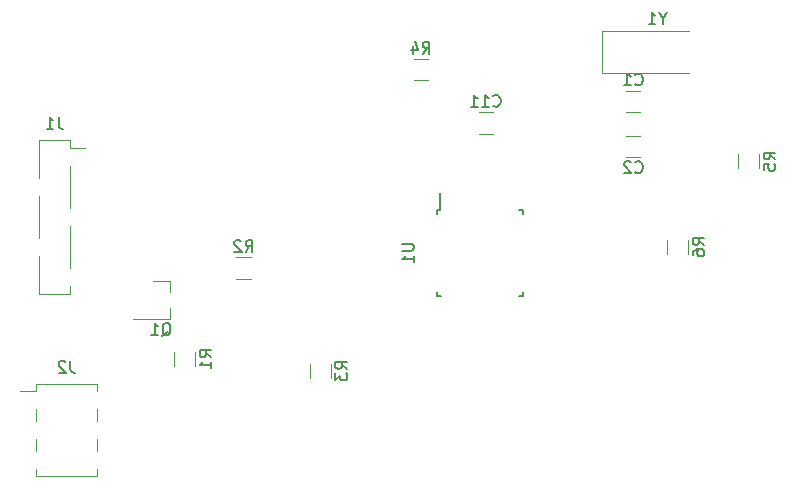
<source format=gbr>
G04 #@! TF.GenerationSoftware,KiCad,Pcbnew,(5.0.1-3-g963ef8bb5)*
G04 #@! TF.CreationDate,2019-03-19T08:35:04+01:00*
G04 #@! TF.ProjectId,capacitive-touch-demo,636170616369746976652D746F756368,3.0.0*
G04 #@! TF.SameCoordinates,Original*
G04 #@! TF.FileFunction,Legend,Bot*
G04 #@! TF.FilePolarity,Positive*
%FSLAX46Y46*%
G04 Gerber Fmt 4.6, Leading zero omitted, Abs format (unit mm)*
G04 Created by KiCad (PCBNEW (5.0.1-3-g963ef8bb5)) date 2019 March 19, Tuesday 08:35:04*
%MOMM*%
%LPD*%
G01*
G04 APERTURE LIST*
%ADD10C,0.120000*%
%ADD11C,0.150000*%
G04 APERTURE END LIST*
D10*
G04 #@! TO.C,Q1*
X97760000Y-65420000D02*
X97760000Y-66350000D01*
X97760000Y-68580000D02*
X97760000Y-67650000D01*
X97760000Y-68580000D02*
X94600000Y-68580000D01*
X97760000Y-65420000D02*
X96300000Y-65420000D01*
G04 #@! TO.C,R6*
X139840000Y-63102064D02*
X139840000Y-61897936D01*
X141660000Y-63102064D02*
X141660000Y-61897936D01*
G04 #@! TO.C,R1*
X98090000Y-72602064D02*
X98090000Y-71397936D01*
X99910000Y-72602064D02*
X99910000Y-71397936D01*
G04 #@! TO.C,R4*
X119602064Y-48410000D02*
X118397936Y-48410000D01*
X119602064Y-46590000D02*
X118397936Y-46590000D01*
G04 #@! TO.C,J1*
X89330000Y-53490000D02*
X86670000Y-53490000D01*
X86670000Y-53490000D02*
X86670000Y-56700000D01*
X86670000Y-58220000D02*
X86670000Y-61780000D01*
X86670000Y-63300000D02*
X86670000Y-66510000D01*
X89330000Y-66510000D02*
X86670000Y-66510000D01*
X89330000Y-53490000D02*
X89330000Y-54160000D01*
X89330000Y-55680000D02*
X89330000Y-59240000D01*
X89330000Y-60760000D02*
X89330000Y-64320000D01*
X89330000Y-65840000D02*
X89330000Y-66510000D01*
X90540000Y-54160000D02*
X89330000Y-54160000D01*
G04 #@! TO.C,C1*
X137602064Y-51110000D02*
X136397936Y-51110000D01*
X137602064Y-49290000D02*
X136397936Y-49290000D01*
G04 #@! TO.C,J2*
X91600000Y-74130000D02*
X86400000Y-74130000D01*
X86400000Y-74130000D02*
X86400000Y-74700000D01*
X86400000Y-76220000D02*
X86400000Y-77240000D01*
X86400000Y-78760000D02*
X86400000Y-79780000D01*
X86400000Y-81300000D02*
X86400000Y-81870000D01*
X91600000Y-81870000D02*
X86400000Y-81870000D01*
X91600000Y-74130000D02*
X91600000Y-74700000D01*
X91600000Y-76220000D02*
X91600000Y-77240000D01*
X91600000Y-78760000D02*
X91600000Y-79780000D01*
X91600000Y-81300000D02*
X91600000Y-81870000D01*
X86400000Y-74700000D02*
X85040000Y-74700000D01*
D11*
G04 #@! TO.C,U1*
X120375000Y-59375000D02*
X120600000Y-59375000D01*
X120375000Y-66625000D02*
X120700000Y-66625000D01*
X127625000Y-66625000D02*
X127300000Y-66625000D01*
X127625000Y-59375000D02*
X127300000Y-59375000D01*
X120375000Y-59375000D02*
X120375000Y-59700000D01*
X127625000Y-59375000D02*
X127625000Y-59700000D01*
X127625000Y-66625000D02*
X127625000Y-66300000D01*
X120375000Y-66625000D02*
X120375000Y-66300000D01*
X120600000Y-59375000D02*
X120600000Y-57950000D01*
D10*
G04 #@! TO.C,R5*
X147660000Y-55852064D02*
X147660000Y-54647936D01*
X145840000Y-55852064D02*
X145840000Y-54647936D01*
G04 #@! TO.C,Y1*
X141700000Y-47800000D02*
X134375000Y-47800000D01*
X134375000Y-47800000D02*
X134375000Y-44200000D01*
X134375000Y-44200000D02*
X141700000Y-44200000D01*
G04 #@! TO.C,R2*
X104602064Y-65210000D02*
X103397936Y-65210000D01*
X104602064Y-63390000D02*
X103397936Y-63390000D01*
G04 #@! TO.C,R3*
X111410000Y-73602064D02*
X111410000Y-72397936D01*
X109590000Y-73602064D02*
X109590000Y-72397936D01*
G04 #@! TO.C,C2*
X137602064Y-53090000D02*
X136397936Y-53090000D01*
X137602064Y-54910000D02*
X136397936Y-54910000D01*
G04 #@! TO.C,C11*
X125102064Y-52910000D02*
X123897936Y-52910000D01*
X125102064Y-51090000D02*
X123897936Y-51090000D01*
G04 #@! TO.C,Q1*
D11*
X97095238Y-70047619D02*
X97190476Y-70000000D01*
X97285714Y-69904761D01*
X97428571Y-69761904D01*
X97523809Y-69714285D01*
X97619047Y-69714285D01*
X97571428Y-69952380D02*
X97666666Y-69904761D01*
X97761904Y-69809523D01*
X97809523Y-69619047D01*
X97809523Y-69285714D01*
X97761904Y-69095238D01*
X97666666Y-69000000D01*
X97571428Y-68952380D01*
X97380952Y-68952380D01*
X97285714Y-69000000D01*
X97190476Y-69095238D01*
X97142857Y-69285714D01*
X97142857Y-69619047D01*
X97190476Y-69809523D01*
X97285714Y-69904761D01*
X97380952Y-69952380D01*
X97571428Y-69952380D01*
X96190476Y-69952380D02*
X96761904Y-69952380D01*
X96476190Y-69952380D02*
X96476190Y-68952380D01*
X96571428Y-69095238D01*
X96666666Y-69190476D01*
X96761904Y-69238095D01*
G04 #@! TO.C,R6*
X143022380Y-62333333D02*
X142546190Y-62000000D01*
X143022380Y-61761904D02*
X142022380Y-61761904D01*
X142022380Y-62142857D01*
X142070000Y-62238095D01*
X142117619Y-62285714D01*
X142212857Y-62333333D01*
X142355714Y-62333333D01*
X142450952Y-62285714D01*
X142498571Y-62238095D01*
X142546190Y-62142857D01*
X142546190Y-61761904D01*
X142022380Y-63190476D02*
X142022380Y-63000000D01*
X142070000Y-62904761D01*
X142117619Y-62857142D01*
X142260476Y-62761904D01*
X142450952Y-62714285D01*
X142831904Y-62714285D01*
X142927142Y-62761904D01*
X142974761Y-62809523D01*
X143022380Y-62904761D01*
X143022380Y-63095238D01*
X142974761Y-63190476D01*
X142927142Y-63238095D01*
X142831904Y-63285714D01*
X142593809Y-63285714D01*
X142498571Y-63238095D01*
X142450952Y-63190476D01*
X142403333Y-63095238D01*
X142403333Y-62904761D01*
X142450952Y-62809523D01*
X142498571Y-62761904D01*
X142593809Y-62714285D01*
G04 #@! TO.C,R1*
X101272380Y-71833333D02*
X100796190Y-71500000D01*
X101272380Y-71261904D02*
X100272380Y-71261904D01*
X100272380Y-71642857D01*
X100320000Y-71738095D01*
X100367619Y-71785714D01*
X100462857Y-71833333D01*
X100605714Y-71833333D01*
X100700952Y-71785714D01*
X100748571Y-71738095D01*
X100796190Y-71642857D01*
X100796190Y-71261904D01*
X101272380Y-72785714D02*
X101272380Y-72214285D01*
X101272380Y-72500000D02*
X100272380Y-72500000D01*
X100415238Y-72404761D01*
X100510476Y-72309523D01*
X100558095Y-72214285D01*
G04 #@! TO.C,R4*
X119166666Y-46132380D02*
X119500000Y-45656190D01*
X119738095Y-46132380D02*
X119738095Y-45132380D01*
X119357142Y-45132380D01*
X119261904Y-45180000D01*
X119214285Y-45227619D01*
X119166666Y-45322857D01*
X119166666Y-45465714D01*
X119214285Y-45560952D01*
X119261904Y-45608571D01*
X119357142Y-45656190D01*
X119738095Y-45656190D01*
X118309523Y-45465714D02*
X118309523Y-46132380D01*
X118547619Y-45084761D02*
X118785714Y-45799047D01*
X118166666Y-45799047D01*
G04 #@! TO.C,J1*
X88333333Y-51502380D02*
X88333333Y-52216666D01*
X88380952Y-52359523D01*
X88476190Y-52454761D01*
X88619047Y-52502380D01*
X88714285Y-52502380D01*
X87333333Y-52502380D02*
X87904761Y-52502380D01*
X87619047Y-52502380D02*
X87619047Y-51502380D01*
X87714285Y-51645238D01*
X87809523Y-51740476D01*
X87904761Y-51788095D01*
G04 #@! TO.C,C1*
X137166666Y-48737142D02*
X137214285Y-48784761D01*
X137357142Y-48832380D01*
X137452380Y-48832380D01*
X137595238Y-48784761D01*
X137690476Y-48689523D01*
X137738095Y-48594285D01*
X137785714Y-48403809D01*
X137785714Y-48260952D01*
X137738095Y-48070476D01*
X137690476Y-47975238D01*
X137595238Y-47880000D01*
X137452380Y-47832380D01*
X137357142Y-47832380D01*
X137214285Y-47880000D01*
X137166666Y-47927619D01*
X136214285Y-48832380D02*
X136785714Y-48832380D01*
X136500000Y-48832380D02*
X136500000Y-47832380D01*
X136595238Y-47975238D01*
X136690476Y-48070476D01*
X136785714Y-48118095D01*
G04 #@! TO.C,J2*
X89333333Y-72142380D02*
X89333333Y-72856666D01*
X89380952Y-72999523D01*
X89476190Y-73094761D01*
X89619047Y-73142380D01*
X89714285Y-73142380D01*
X88904761Y-72237619D02*
X88857142Y-72190000D01*
X88761904Y-72142380D01*
X88523809Y-72142380D01*
X88428571Y-72190000D01*
X88380952Y-72237619D01*
X88333333Y-72332857D01*
X88333333Y-72428095D01*
X88380952Y-72570952D01*
X88952380Y-73142380D01*
X88333333Y-73142380D01*
G04 #@! TO.C,U1*
X117402380Y-62238095D02*
X118211904Y-62238095D01*
X118307142Y-62285714D01*
X118354761Y-62333333D01*
X118402380Y-62428571D01*
X118402380Y-62619047D01*
X118354761Y-62714285D01*
X118307142Y-62761904D01*
X118211904Y-62809523D01*
X117402380Y-62809523D01*
X118402380Y-63809523D02*
X118402380Y-63238095D01*
X118402380Y-63523809D02*
X117402380Y-63523809D01*
X117545238Y-63428571D01*
X117640476Y-63333333D01*
X117688095Y-63238095D01*
G04 #@! TO.C,R5*
X149022380Y-55083333D02*
X148546190Y-54750000D01*
X149022380Y-54511904D02*
X148022380Y-54511904D01*
X148022380Y-54892857D01*
X148070000Y-54988095D01*
X148117619Y-55035714D01*
X148212857Y-55083333D01*
X148355714Y-55083333D01*
X148450952Y-55035714D01*
X148498571Y-54988095D01*
X148546190Y-54892857D01*
X148546190Y-54511904D01*
X148022380Y-55988095D02*
X148022380Y-55511904D01*
X148498571Y-55464285D01*
X148450952Y-55511904D01*
X148403333Y-55607142D01*
X148403333Y-55845238D01*
X148450952Y-55940476D01*
X148498571Y-55988095D01*
X148593809Y-56035714D01*
X148831904Y-56035714D01*
X148927142Y-55988095D01*
X148974761Y-55940476D01*
X149022380Y-55845238D01*
X149022380Y-55607142D01*
X148974761Y-55511904D01*
X148927142Y-55464285D01*
G04 #@! TO.C,Y1*
X139476190Y-43176190D02*
X139476190Y-43652380D01*
X139809523Y-42652380D02*
X139476190Y-43176190D01*
X139142857Y-42652380D01*
X138285714Y-43652380D02*
X138857142Y-43652380D01*
X138571428Y-43652380D02*
X138571428Y-42652380D01*
X138666666Y-42795238D01*
X138761904Y-42890476D01*
X138857142Y-42938095D01*
G04 #@! TO.C,R2*
X104166666Y-62932380D02*
X104500000Y-62456190D01*
X104738095Y-62932380D02*
X104738095Y-61932380D01*
X104357142Y-61932380D01*
X104261904Y-61980000D01*
X104214285Y-62027619D01*
X104166666Y-62122857D01*
X104166666Y-62265714D01*
X104214285Y-62360952D01*
X104261904Y-62408571D01*
X104357142Y-62456190D01*
X104738095Y-62456190D01*
X103785714Y-62027619D02*
X103738095Y-61980000D01*
X103642857Y-61932380D01*
X103404761Y-61932380D01*
X103309523Y-61980000D01*
X103261904Y-62027619D01*
X103214285Y-62122857D01*
X103214285Y-62218095D01*
X103261904Y-62360952D01*
X103833333Y-62932380D01*
X103214285Y-62932380D01*
G04 #@! TO.C,R3*
X112772380Y-72833333D02*
X112296190Y-72500000D01*
X112772380Y-72261904D02*
X111772380Y-72261904D01*
X111772380Y-72642857D01*
X111820000Y-72738095D01*
X111867619Y-72785714D01*
X111962857Y-72833333D01*
X112105714Y-72833333D01*
X112200952Y-72785714D01*
X112248571Y-72738095D01*
X112296190Y-72642857D01*
X112296190Y-72261904D01*
X111772380Y-73166666D02*
X111772380Y-73785714D01*
X112153333Y-73452380D01*
X112153333Y-73595238D01*
X112200952Y-73690476D01*
X112248571Y-73738095D01*
X112343809Y-73785714D01*
X112581904Y-73785714D01*
X112677142Y-73738095D01*
X112724761Y-73690476D01*
X112772380Y-73595238D01*
X112772380Y-73309523D01*
X112724761Y-73214285D01*
X112677142Y-73166666D01*
G04 #@! TO.C,C2*
X137166666Y-56157142D02*
X137214285Y-56204761D01*
X137357142Y-56252380D01*
X137452380Y-56252380D01*
X137595238Y-56204761D01*
X137690476Y-56109523D01*
X137738095Y-56014285D01*
X137785714Y-55823809D01*
X137785714Y-55680952D01*
X137738095Y-55490476D01*
X137690476Y-55395238D01*
X137595238Y-55300000D01*
X137452380Y-55252380D01*
X137357142Y-55252380D01*
X137214285Y-55300000D01*
X137166666Y-55347619D01*
X136785714Y-55347619D02*
X136738095Y-55300000D01*
X136642857Y-55252380D01*
X136404761Y-55252380D01*
X136309523Y-55300000D01*
X136261904Y-55347619D01*
X136214285Y-55442857D01*
X136214285Y-55538095D01*
X136261904Y-55680952D01*
X136833333Y-56252380D01*
X136214285Y-56252380D01*
G04 #@! TO.C,C11*
X125142857Y-50537142D02*
X125190476Y-50584761D01*
X125333333Y-50632380D01*
X125428571Y-50632380D01*
X125571428Y-50584761D01*
X125666666Y-50489523D01*
X125714285Y-50394285D01*
X125761904Y-50203809D01*
X125761904Y-50060952D01*
X125714285Y-49870476D01*
X125666666Y-49775238D01*
X125571428Y-49680000D01*
X125428571Y-49632380D01*
X125333333Y-49632380D01*
X125190476Y-49680000D01*
X125142857Y-49727619D01*
X124190476Y-50632380D02*
X124761904Y-50632380D01*
X124476190Y-50632380D02*
X124476190Y-49632380D01*
X124571428Y-49775238D01*
X124666666Y-49870476D01*
X124761904Y-49918095D01*
X123238095Y-50632380D02*
X123809523Y-50632380D01*
X123523809Y-50632380D02*
X123523809Y-49632380D01*
X123619047Y-49775238D01*
X123714285Y-49870476D01*
X123809523Y-49918095D01*
G04 #@! TD*
M02*

</source>
